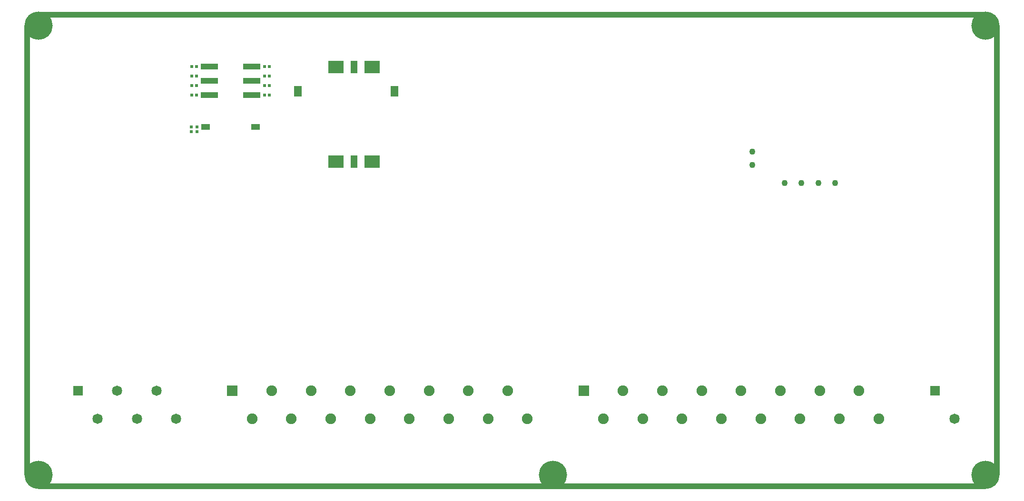
<source format=gbs>
G04*
G04 #@! TF.GenerationSoftware,Altium Limited,Altium Designer,20.0.13 (296)*
G04*
G04 Layer_Color=16711935*
%FSLAX25Y25*%
%MOIN*%
G70*
G01*
G75*
%ADD56R,6.63386X0.03937*%
%ADD57R,0.03937X3.14961*%
%ADD76R,0.02126X0.01929*%
%ADD86R,0.01929X0.02126*%
%ADD93C,0.07480*%
%ADD94R,0.07480X0.07480*%
%ADD95R,0.07165X0.07165*%
%ADD96C,0.07165*%
%ADD97C,0.02953*%
%ADD98C,0.19764*%
%ADD113C,0.04331*%
%ADD114R,0.12205X0.04331*%
%ADD115R,0.05984X0.04409*%
%ADD116R,0.05787X0.07756*%
%ADD117R,0.11102X0.08740*%
%ADD118R,0.04803X0.08740*%
D56*
X331693Y322835D02*
D03*
Y-7874D02*
D03*
D57*
X671260Y157480D02*
D03*
X-7874D02*
D03*
D76*
X110878Y240614D02*
D03*
Y244000D02*
D03*
X106941Y240614D02*
D03*
Y244000D02*
D03*
D86*
X107217Y286500D02*
D03*
X110602D02*
D03*
X161784Y266500D02*
D03*
X158398D02*
D03*
X107217Y266500D02*
D03*
X110602D02*
D03*
X161784Y286500D02*
D03*
X158398D02*
D03*
X107217Y279833D02*
D03*
X110602D02*
D03*
X161784Y273167D02*
D03*
X158398D02*
D03*
X107217Y273167D02*
D03*
X110602D02*
D03*
X161784Y279833D02*
D03*
X158398D02*
D03*
D93*
X588583Y39370D02*
D03*
X574803Y59055D02*
D03*
X561024Y39370D02*
D03*
X547244Y59055D02*
D03*
X533465Y39370D02*
D03*
X519685Y59055D02*
D03*
X505905Y39370D02*
D03*
X492126Y59055D02*
D03*
X478346Y39370D02*
D03*
X464567Y59055D02*
D03*
X450787Y39370D02*
D03*
X437008Y59055D02*
D03*
X423228Y39370D02*
D03*
X409449Y59055D02*
D03*
X395669Y39370D02*
D03*
X342520D02*
D03*
X328740Y59055D02*
D03*
X314961Y39370D02*
D03*
X301181Y59055D02*
D03*
X287402Y39370D02*
D03*
X273622Y59055D02*
D03*
X259842Y39370D02*
D03*
X246063Y59055D02*
D03*
X232283Y39370D02*
D03*
X218504Y59055D02*
D03*
X204724Y39370D02*
D03*
X190945Y59055D02*
D03*
X177165Y39370D02*
D03*
X163386Y59055D02*
D03*
X149606Y39370D02*
D03*
D94*
X381890Y59055D02*
D03*
X135827D02*
D03*
D95*
X27559D02*
D03*
X627953D02*
D03*
D96*
X41339Y39370D02*
D03*
X55118Y59055D02*
D03*
X68898Y39370D02*
D03*
X82677Y59055D02*
D03*
X96457Y39370D02*
D03*
X641732D02*
D03*
D97*
X671260Y287402D02*
D03*
Y291339D02*
D03*
Y295276D02*
D03*
Y299213D02*
D03*
Y303150D02*
D03*
Y307087D02*
D03*
X-7874Y129921D02*
D03*
Y137795D02*
D03*
Y133858D02*
D03*
Y307087D02*
D03*
Y303150D02*
D03*
Y299213D02*
D03*
Y295276D02*
D03*
Y291339D02*
D03*
Y287402D02*
D03*
X320992Y322835D02*
D03*
X309181D02*
D03*
X313118D02*
D03*
X317055D02*
D03*
X-7874Y11811D02*
D03*
Y7874D02*
D03*
Y125984D02*
D03*
Y141732D02*
D03*
X596583Y322835D02*
D03*
X498158D02*
D03*
X494220D02*
D03*
X490283D02*
D03*
X486346D02*
D03*
X482409D02*
D03*
X399732D02*
D03*
X395795D02*
D03*
X391858D02*
D03*
X387921D02*
D03*
X383984D02*
D03*
X380047D02*
D03*
X376110D02*
D03*
X372173D02*
D03*
X368236D02*
D03*
X364299D02*
D03*
X360362D02*
D03*
X356425D02*
D03*
X403669D02*
D03*
X407606D02*
D03*
X411543D02*
D03*
X415480D02*
D03*
X419417D02*
D03*
X423354D02*
D03*
X427291D02*
D03*
X431228D02*
D03*
X435165D02*
D03*
X439102D02*
D03*
X443039D02*
D03*
X446976D02*
D03*
X450913D02*
D03*
X454850D02*
D03*
X458787D02*
D03*
X462724D02*
D03*
X466661D02*
D03*
X470598D02*
D03*
X474536D02*
D03*
X478473D02*
D03*
X639890D02*
D03*
X635953D02*
D03*
X632016D02*
D03*
X628079D02*
D03*
X624142D02*
D03*
X541465D02*
D03*
X537528D02*
D03*
X533591D02*
D03*
X529654D02*
D03*
X525716D02*
D03*
X521779D02*
D03*
X517842D02*
D03*
X513905D02*
D03*
X509969D02*
D03*
X506032D02*
D03*
X502095D02*
D03*
X545402D02*
D03*
X549339D02*
D03*
X553276D02*
D03*
X557213D02*
D03*
X561150D02*
D03*
X565087D02*
D03*
X569024D02*
D03*
X572961D02*
D03*
X576898D02*
D03*
X580835D02*
D03*
X584772D02*
D03*
X588709D02*
D03*
X592646D02*
D03*
X600520D02*
D03*
X604457D02*
D03*
X608394D02*
D03*
X612331D02*
D03*
X616268D02*
D03*
X620205D02*
D03*
X651701D02*
D03*
X647764D02*
D03*
X643827D02*
D03*
X655638D02*
D03*
X352488D02*
D03*
X348551D02*
D03*
X344614D02*
D03*
X340677D02*
D03*
X336740D02*
D03*
X332803D02*
D03*
X328866D02*
D03*
X324929D02*
D03*
X305244D02*
D03*
X301307D02*
D03*
X297370D02*
D03*
X293433D02*
D03*
X289496D02*
D03*
X285559D02*
D03*
X242252D02*
D03*
X246189D02*
D03*
X250126D02*
D03*
X254063D02*
D03*
X258000D02*
D03*
X261937D02*
D03*
X265874D02*
D03*
X269811D02*
D03*
X273748D02*
D03*
X277685D02*
D03*
X281622D02*
D03*
X218630D02*
D03*
X214693D02*
D03*
X210756D02*
D03*
X206819D02*
D03*
X202882D02*
D03*
X198945D02*
D03*
X195008D02*
D03*
X191071D02*
D03*
X187134D02*
D03*
X183197D02*
D03*
X179260D02*
D03*
X175323D02*
D03*
X171386D02*
D03*
X222567D02*
D03*
X226504D02*
D03*
X230441D02*
D03*
X234378D02*
D03*
X238315D02*
D03*
X167449D02*
D03*
X163512D02*
D03*
X159575D02*
D03*
X155638D02*
D03*
X151701D02*
D03*
X147764D02*
D03*
X143827D02*
D03*
X139890D02*
D03*
X135953D02*
D03*
X132016D02*
D03*
X128079D02*
D03*
X124142D02*
D03*
X120205D02*
D03*
X116268D02*
D03*
X112331D02*
D03*
X108394D02*
D03*
X104457D02*
D03*
X100520D02*
D03*
X92646D02*
D03*
X96583D02*
D03*
X49338D02*
D03*
X45401D02*
D03*
X53276D02*
D03*
X57213D02*
D03*
X61150D02*
D03*
X65087D02*
D03*
X69024D02*
D03*
X72961D02*
D03*
X76898D02*
D03*
X80835D02*
D03*
X84772D02*
D03*
X88709D02*
D03*
X9968D02*
D03*
X13905D02*
D03*
X17842D02*
D03*
X21779D02*
D03*
X25717D02*
D03*
X29653D02*
D03*
X33590D02*
D03*
X37527D02*
D03*
X41464D02*
D03*
X621921Y-7874D02*
D03*
X625858D02*
D03*
X629795D02*
D03*
X633732D02*
D03*
X637669D02*
D03*
X641606D02*
D03*
X645543D02*
D03*
X649480D02*
D03*
X653417D02*
D03*
X574677D02*
D03*
X578614D02*
D03*
X582551D02*
D03*
X586488D02*
D03*
X590425D02*
D03*
X594362D02*
D03*
X598299D02*
D03*
X602236D02*
D03*
X606173D02*
D03*
X610110D02*
D03*
X617984D02*
D03*
X614047D02*
D03*
X671260Y283465D02*
D03*
Y279528D02*
D03*
Y275590D02*
D03*
Y271654D02*
D03*
Y267717D02*
D03*
Y185039D02*
D03*
Y181102D02*
D03*
Y177165D02*
D03*
Y173228D02*
D03*
Y169291D02*
D03*
Y165354D02*
D03*
Y161417D02*
D03*
Y157480D02*
D03*
Y153543D02*
D03*
Y149606D02*
D03*
Y145669D02*
D03*
Y141732D02*
D03*
Y188976D02*
D03*
Y192913D02*
D03*
Y196850D02*
D03*
Y200787D02*
D03*
Y204724D02*
D03*
Y208661D02*
D03*
Y212598D02*
D03*
Y216535D02*
D03*
Y220472D02*
D03*
Y224410D02*
D03*
Y228346D02*
D03*
Y232283D02*
D03*
Y236221D02*
D03*
Y240158D02*
D03*
Y244094D02*
D03*
Y248031D02*
D03*
Y251969D02*
D03*
Y255906D02*
D03*
Y259842D02*
D03*
Y263779D02*
D03*
Y137795D02*
D03*
Y133858D02*
D03*
Y129921D02*
D03*
Y125984D02*
D03*
Y122047D02*
D03*
Y74803D02*
D03*
Y78740D02*
D03*
Y82677D02*
D03*
Y86614D02*
D03*
Y90551D02*
D03*
Y94488D02*
D03*
Y98425D02*
D03*
Y102362D02*
D03*
Y106299D02*
D03*
Y110236D02*
D03*
Y114173D02*
D03*
Y118110D02*
D03*
Y70866D02*
D03*
Y66929D02*
D03*
Y62992D02*
D03*
Y59055D02*
D03*
Y55118D02*
D03*
Y7874D02*
D03*
Y11811D02*
D03*
Y15748D02*
D03*
Y19685D02*
D03*
Y23622D02*
D03*
Y27559D02*
D03*
Y31496D02*
D03*
Y35433D02*
D03*
Y39370D02*
D03*
Y43307D02*
D03*
Y47244D02*
D03*
Y51181D02*
D03*
X-7874Y240158D02*
D03*
Y244094D02*
D03*
Y248031D02*
D03*
Y251969D02*
D03*
Y255906D02*
D03*
Y259842D02*
D03*
Y263779D02*
D03*
Y267717D02*
D03*
Y271654D02*
D03*
Y275591D02*
D03*
Y279528D02*
D03*
Y283465D02*
D03*
Y236221D02*
D03*
Y232283D02*
D03*
Y228346D02*
D03*
Y224410D02*
D03*
Y220472D02*
D03*
Y173228D02*
D03*
Y177165D02*
D03*
Y181102D02*
D03*
Y185039D02*
D03*
Y188976D02*
D03*
Y192913D02*
D03*
Y196850D02*
D03*
Y200787D02*
D03*
Y204724D02*
D03*
Y208661D02*
D03*
Y212598D02*
D03*
Y216535D02*
D03*
Y169291D02*
D03*
Y165354D02*
D03*
Y161417D02*
D03*
Y157480D02*
D03*
Y153543D02*
D03*
Y27559D02*
D03*
Y31496D02*
D03*
Y35433D02*
D03*
Y39370D02*
D03*
Y43307D02*
D03*
Y47244D02*
D03*
Y51181D02*
D03*
Y55118D02*
D03*
Y59055D02*
D03*
Y62992D02*
D03*
Y66929D02*
D03*
Y70866D02*
D03*
Y74803D02*
D03*
Y78740D02*
D03*
Y82677D02*
D03*
Y86614D02*
D03*
Y90551D02*
D03*
Y94488D02*
D03*
Y98425D02*
D03*
Y102362D02*
D03*
Y149606D02*
D03*
Y145669D02*
D03*
Y122047D02*
D03*
Y118110D02*
D03*
Y114173D02*
D03*
Y110236D02*
D03*
Y106299D02*
D03*
Y23622D02*
D03*
Y19685D02*
D03*
Y15748D02*
D03*
X566803Y-7874D02*
D03*
X570740D02*
D03*
X562866D02*
D03*
X558929D02*
D03*
X554992D02*
D03*
X551055D02*
D03*
X547118D02*
D03*
X543181D02*
D03*
X539244D02*
D03*
X535307D02*
D03*
X531370D02*
D03*
X527433D02*
D03*
X523496D02*
D03*
X519559D02*
D03*
X515622D02*
D03*
X511685D02*
D03*
X507748D02*
D03*
X503811D02*
D03*
X499874D02*
D03*
X495937D02*
D03*
X425071D02*
D03*
X429008D02*
D03*
X432945D02*
D03*
X436882D02*
D03*
X440819D02*
D03*
X492000D02*
D03*
X488063D02*
D03*
X484126D02*
D03*
X480189D02*
D03*
X476252D02*
D03*
X472315D02*
D03*
X468378D02*
D03*
X464441D02*
D03*
X460504D02*
D03*
X456567D02*
D03*
X452630D02*
D03*
X448693D02*
D03*
X444756D02*
D03*
X381764D02*
D03*
X385701D02*
D03*
X389638D02*
D03*
X393575D02*
D03*
X397512D02*
D03*
X401449D02*
D03*
X405386D02*
D03*
X409323D02*
D03*
X413260D02*
D03*
X417197D02*
D03*
X421134D02*
D03*
X377827D02*
D03*
X373890D02*
D03*
X369953D02*
D03*
X350268D02*
D03*
X346331D02*
D03*
X342394D02*
D03*
X338457D02*
D03*
X334520D02*
D03*
X330583D02*
D03*
X326646D02*
D03*
X322709D02*
D03*
X318772D02*
D03*
X314835D02*
D03*
X310898D02*
D03*
X7748D02*
D03*
X19559D02*
D03*
X15622D02*
D03*
X11685D02*
D03*
X43181D02*
D03*
X47118D02*
D03*
X51055D02*
D03*
X54992D02*
D03*
X58929D02*
D03*
X62866D02*
D03*
X66803D02*
D03*
X70740D02*
D03*
X74677D02*
D03*
X78614D02*
D03*
X82551D02*
D03*
X86488D02*
D03*
X90425D02*
D03*
X94362D02*
D03*
X98299D02*
D03*
X102236D02*
D03*
X106173D02*
D03*
X110110D02*
D03*
X114047D02*
D03*
X117984D02*
D03*
X161291D02*
D03*
X157354D02*
D03*
X153417D02*
D03*
X149480D02*
D03*
X145543D02*
D03*
X141606D02*
D03*
X137669D02*
D03*
X133732D02*
D03*
X129795D02*
D03*
X125858D02*
D03*
X121921D02*
D03*
X39244D02*
D03*
X35307D02*
D03*
X31370D02*
D03*
X27433D02*
D03*
X23496D02*
D03*
X184913D02*
D03*
X188850D02*
D03*
X192787D02*
D03*
X196724D02*
D03*
X200661D02*
D03*
X204598D02*
D03*
X208535D02*
D03*
X212472D02*
D03*
X216409D02*
D03*
X220346D02*
D03*
X224284D02*
D03*
X228221D02*
D03*
X232157D02*
D03*
X236094D02*
D03*
X240032D02*
D03*
X243969D02*
D03*
X247905D02*
D03*
X251842D02*
D03*
X255780D02*
D03*
X259717D02*
D03*
X306961D02*
D03*
X303024D02*
D03*
X299087D02*
D03*
X295150D02*
D03*
X291213D02*
D03*
X287276D02*
D03*
X283339D02*
D03*
X279402D02*
D03*
X275465D02*
D03*
X271528D02*
D03*
X267590D02*
D03*
X263653D02*
D03*
X180976D02*
D03*
X177039D02*
D03*
X173102D02*
D03*
X169165D02*
D03*
X165228D02*
D03*
D98*
X0Y314961D02*
D03*
X360236Y0D02*
D03*
X663386Y314961D02*
D03*
Y0D02*
D03*
X0D02*
D03*
D113*
X558095Y204724D02*
D03*
X500000Y226811D02*
D03*
Y217520D02*
D03*
X546283Y204724D02*
D03*
X522661D02*
D03*
X534472D02*
D03*
D114*
X119736Y286500D02*
D03*
Y276500D02*
D03*
Y266500D02*
D03*
X149264D02*
D03*
Y276500D02*
D03*
Y286500D02*
D03*
D115*
X152020Y244000D02*
D03*
X116980D02*
D03*
D116*
X181866Y268957D02*
D03*
X249425D02*
D03*
D117*
X208244Y286004D02*
D03*
X233756D02*
D03*
X208244Y219862D02*
D03*
X233756D02*
D03*
D118*
X221000Y286004D02*
D03*
Y219862D02*
D03*
M02*

</source>
